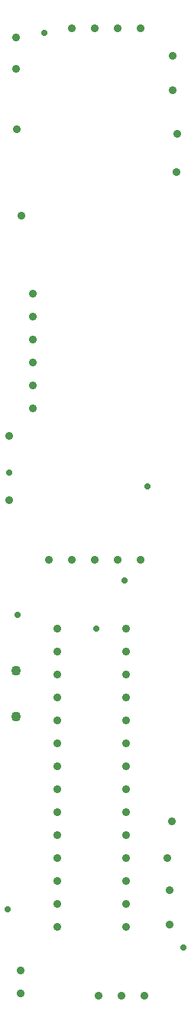
<source format=gbr>
G04 Layer_Color=0*
%FSLAX26Y26*%
%MOIN*%
%TF.FileFunction,Plated,1,2,PTH,Drill*%
%TF.Part,Single*%
G01*
G75*
%TA.AperFunction,ComponentDrill*%
%ADD24C,0.043307*%
%ADD25C,0.035433*%
%ADD26C,0.035433*%
%TA.AperFunction,ViaDrill,NotFilled*%
%ADD27C,0.028000*%
D24*
X5660000Y4855000D02*
D03*
Y5055000D02*
D03*
D25*
X6220000Y3640000D02*
D03*
X6120000D02*
D03*
X6020000D02*
D03*
X5905000Y7855000D02*
D03*
X6005000D02*
D03*
X6105000D02*
D03*
X6205000D02*
D03*
X5685000Y7040000D02*
D03*
X6205000Y5540000D02*
D03*
X6105000D02*
D03*
X6005000D02*
D03*
X5905000D02*
D03*
X5805000D02*
D03*
X5840000Y5240000D02*
D03*
Y5140000D02*
D03*
Y5040000D02*
D03*
Y4940000D02*
D03*
Y4840000D02*
D03*
Y4740000D02*
D03*
Y4640000D02*
D03*
Y4540000D02*
D03*
Y4440000D02*
D03*
Y4340000D02*
D03*
Y4240000D02*
D03*
Y4140000D02*
D03*
Y4040000D02*
D03*
Y3940000D02*
D03*
X6140000Y5240000D02*
D03*
Y5140000D02*
D03*
Y5040000D02*
D03*
Y4940000D02*
D03*
Y4840000D02*
D03*
Y4740000D02*
D03*
Y4640000D02*
D03*
Y4540000D02*
D03*
Y4440000D02*
D03*
Y4340000D02*
D03*
Y4240000D02*
D03*
Y4140000D02*
D03*
Y4040000D02*
D03*
Y3940000D02*
D03*
D26*
X5660000Y7815000D02*
D03*
X6360000Y7230000D02*
D03*
X6365000Y7395000D02*
D03*
X5630000Y5800236D02*
D03*
Y6079764D02*
D03*
X6345000Y7735000D02*
D03*
X5660000Y7680000D02*
D03*
X6345000Y7585000D02*
D03*
X6330000Y3950000D02*
D03*
Y4100000D02*
D03*
X6320000Y4240000D02*
D03*
X6340000Y4400000D02*
D03*
X5735000Y6700000D02*
D03*
Y6600000D02*
D03*
Y6500000D02*
D03*
Y6400000D02*
D03*
Y6300000D02*
D03*
Y6200000D02*
D03*
X5680000Y3650000D02*
D03*
Y3750000D02*
D03*
X5665000Y7415000D02*
D03*
D27*
X5666000Y5300000D02*
D03*
X6135000Y5448000D02*
D03*
X5783000Y7835000D02*
D03*
X6391000Y3850000D02*
D03*
X5623914Y4016000D02*
D03*
X6234000Y5859842D02*
D03*
X5630000Y5919370D02*
D03*
X6010000Y5240000D02*
D03*
%TF.MD5,9227C720568DF689F5CACB4A489D654D*%
M02*

</source>
